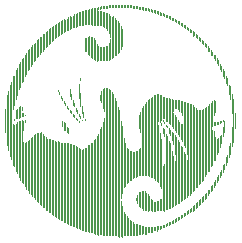
<source format=gbr>
G04 EAGLE Gerber RS-274X export*
G75*
%MOMM*%
%FSLAX34Y34*%
%LPD*%
%INSilkscreen Bottom*%
%IPPOS*%
%AMOC8*
5,1,8,0,0,1.08239X$1,22.5*%
G01*
%ADD10R,0.084581X1.356363*%
%ADD11R,0.084838X2.372362*%
%ADD12R,0.084581X3.723638*%
%ADD13R,0.084581X1.694181*%
%ADD14R,0.084838X1.270000*%
%ADD15R,0.084838X1.186181*%
%ADD16R,0.084581X1.099819*%
%ADD17R,0.084581X1.102363*%
%ADD18R,0.084581X1.016000*%
%ADD19R,0.084581X0.929638*%
%ADD20R,0.084838X0.929638*%
%ADD21R,0.084838X0.845819*%
%ADD22R,0.084581X0.678181*%
%ADD23R,0.084581X0.675638*%
%ADD24R,0.084581X0.762000*%
%ADD25R,0.084838X0.762000*%
%ADD26R,0.084838X0.678181*%
%ADD27R,0.084581X0.591819*%
%ADD28R,0.084581X0.845819*%
%ADD29R,0.084581X0.167637*%
%ADD30R,0.084838X0.591819*%
%ADD31R,0.084838X0.254000*%
%ADD32R,0.084581X0.508000*%
%ADD33R,0.084581X0.170181*%
%ADD34R,0.084581X0.254000*%
%ADD35R,0.084838X0.594363*%
%ADD36R,0.084838X1.102363*%
%ADD37R,0.084838X0.508000*%
%ADD38R,0.084581X1.270000*%
%ADD39R,0.084581X1.437638*%
%ADD40R,0.084838X1.607819*%
%ADD41R,0.084838X0.340363*%
%ADD42R,0.084581X1.948181*%
%ADD43R,0.084581X0.340363*%
%ADD44R,0.084581X0.424181*%
%ADD45R,0.084581X2.540000*%
%ADD46R,0.084581X1.353819*%
%ADD47R,0.084581X0.421637*%
%ADD48R,0.084838X2.877819*%
%ADD49R,0.084838X2.202181*%
%ADD50R,0.084838X0.424181*%
%ADD51R,0.084581X3.131819*%
%ADD52R,0.084581X2.202181*%
%ADD53R,0.084581X5.501638*%
%ADD54R,0.084838X5.588000*%
%ADD55R,0.084581X5.674362*%
%ADD56R,0.084581X0.337819*%
%ADD57R,0.084581X5.671819*%
%ADD58R,0.084838X0.421637*%
%ADD59R,0.084838X5.758181*%
%ADD60R,0.084581X5.758181*%
%ADD61R,0.084581X5.842000*%
%ADD62R,0.084838X5.842000*%
%ADD63R,0.084838X0.337819*%
%ADD64R,0.084581X6.012181*%
%ADD65R,0.084838X6.096000*%
%ADD66R,0.084581X6.266181*%
%ADD67R,0.084581X6.350000*%
%ADD68R,0.084838X6.436363*%
%ADD69R,0.084581X6.687819*%
%ADD70R,0.084581X6.771638*%
%ADD71R,0.084838X7.028181*%
%ADD72R,0.084581X7.195819*%
%ADD73R,0.084581X7.366000*%
%ADD74R,0.084838X7.449819*%
%ADD75R,0.084581X7.620000*%
%ADD76R,0.084581X7.706363*%
%ADD77R,0.084838X7.874000*%
%ADD78R,0.084581X7.874000*%
%ADD79R,0.084581X3.218181*%
%ADD80R,0.084581X4.401819*%
%ADD81R,0.084838X3.302000*%
%ADD82R,0.084838X4.147819*%
%ADD83R,0.084581X3.810000*%
%ADD84R,0.084581X3.893819*%
%ADD85R,0.084581X4.064000*%
%ADD86R,0.084838X4.404363*%
%ADD87R,0.084838X3.642363*%
%ADD88R,0.084581X4.572000*%
%ADD89R,0.084581X1.607819*%
%ADD90R,0.084581X4.742181*%
%ADD91R,0.084838X5.080000*%
%ADD92R,0.084838X0.932181*%
%ADD93R,0.084581X5.250181*%
%ADD94R,0.084581X0.932181*%
%ADD95R,0.084581X5.420363*%
%ADD96R,0.084838X5.671819*%
%ADD97R,0.084581X1.691638*%
%ADD98R,0.084838X3.385819*%
%ADD99R,0.084838X1.099819*%
%ADD100R,0.084838X1.353819*%
%ADD101R,0.084581X4.318000*%
%ADD102R,0.084581X4.826000*%
%ADD103R,0.084581X2.369819*%
%ADD104R,0.084838X2.286000*%
%ADD105R,0.084581X5.588000*%
%ADD106R,0.084581X2.199638*%
%ADD107R,0.084581X5.755638*%
%ADD108R,0.084838X6.009638*%
%ADD109R,0.084838X2.032000*%
%ADD110R,0.084581X6.436363*%
%ADD111R,0.084838X4.572000*%
%ADD112R,0.084838X0.167637*%
%ADD113R,0.084838X1.948181*%
%ADD114R,0.084581X3.980181*%
%ADD115R,0.084581X1.861819*%
%ADD116R,0.084581X1.945638*%
%ADD117R,0.084838X1.694181*%
%ADD118R,0.084838X2.115819*%
%ADD119R,0.084581X4.234181*%
%ADD120R,0.084581X4.655819*%
%ADD121R,0.084581X2.372362*%
%ADD122R,0.084838X4.826000*%
%ADD123R,0.084838X2.369819*%
%ADD124R,0.084581X4.912363*%
%ADD125R,0.084581X2.453638*%
%ADD126R,0.084581X7.533638*%
%ADD127R,0.084581X7.198362*%
%ADD128R,0.084581X7.112000*%
%ADD129R,0.084838X1.016000*%
%ADD130R,0.084838X7.025638*%
%ADD131R,0.084581X6.858000*%
%ADD132R,0.084581X6.690362*%
%ADD133R,0.084838X6.690362*%
%ADD134R,0.084581X6.604000*%
%ADD135R,0.084581X1.440181*%
%ADD136R,0.084581X6.433819*%
%ADD137R,0.084838X6.350000*%
%ADD138R,0.084581X0.594363*%
%ADD139R,0.084581X6.263638*%
%ADD140R,0.084581X6.179819*%
%ADD141R,0.084581X1.610363*%
%ADD142R,0.084581X5.925819*%
%ADD143R,0.084581X1.524000*%
%ADD144R,0.084838X1.524000*%
%ADD145R,0.084838X2.623819*%
%ADD146R,0.084581X1.778000*%
%ADD147R,0.084581X2.286000*%
%ADD148R,0.084581X1.186181*%
%ADD149R,0.084581X1.183638*%
%ADD150R,0.084581X2.456181*%
%ADD151R,0.084838X2.707638*%
%ADD152R,0.084581X2.880362*%
%ADD153R,0.084581X3.048000*%
%ADD154R,0.084838X1.778000*%
%ADD155R,0.084838X3.215638*%
%ADD156R,0.084581X3.726181*%
%ADD157R,0.084581X2.115819*%
%ADD158R,0.084581X4.231638*%
%ADD159R,0.084838X2.199638*%
%ADD160R,0.084838X4.909819*%
%ADD161R,0.084581X2.626362*%
%ADD162R,0.084838X10.500363*%
%ADD163R,0.084581X10.754363*%
%ADD164R,0.084581X2.623819*%
%ADD165R,0.084581X11.008363*%
%ADD166R,0.084581X2.794000*%
%ADD167R,0.084838X11.259819*%
%ADD168R,0.084838X2.964181*%
%ADD169R,0.084581X11.430000*%
%ADD170R,0.084581X11.684000*%
%ADD171R,0.084581X3.215638*%
%ADD172R,0.084838X11.851638*%
%ADD173R,0.084838X3.388362*%
%ADD174R,0.084581X12.021819*%
%ADD175R,0.084581X3.556000*%
%ADD176R,0.084581X12.192000*%
%ADD177R,0.084581X3.639819*%
%ADD178R,0.084838X12.275819*%
%ADD179R,0.084838X3.723638*%
%ADD180R,0.084581X12.359637*%
%ADD181R,0.084581X12.446000*%
%ADD182R,0.084838X12.529819*%
%ADD183R,0.084581X12.529819*%
%ADD184R,0.084581X9.989819*%
%ADD185R,0.084581X9.652000*%
%ADD186R,0.084838X9.398000*%
%ADD187R,0.084581X9.144000*%
%ADD188R,0.084581X8.973819*%
%ADD189R,0.084838X8.636000*%
%ADD190R,0.084581X8.552181*%
%ADD191R,0.084581X8.382000*%
%ADD192R,0.084838X8.128000*%
%ADD193R,0.084581X8.044181*%
%ADD194R,0.084581X7.960363*%
%ADD195R,0.084581X1.864363*%
%ADD196R,0.084838X1.440181*%
%ADD197R,0.084581X7.703819*%
%ADD198R,0.084838X7.533638*%
%ADD199R,0.084581X7.449819*%
%ADD200R,0.084838X7.282181*%
%ADD201R,0.084581X7.028181*%
%ADD202R,0.084581X0.086363*%
%ADD203R,0.084838X6.944363*%
%ADD204R,0.084581X6.944363*%
%ADD205R,0.084581X0.083819*%
%ADD206R,0.084838X6.771638*%
%ADD207R,0.084838X0.170181*%
%ADD208R,0.084838X1.183638*%
%ADD209R,0.084838X6.941819*%
%ADD210R,0.084581X6.941819*%
%ADD211R,0.084838X6.858000*%
%ADD212R,0.084838X0.675638*%
%ADD213R,0.084838X6.774181*%
%ADD214R,0.084581X6.774181*%
%ADD215R,0.084838X6.604000*%
%ADD216R,0.084581X6.520181*%
%ADD217R,0.084838X6.517638*%
%ADD218R,0.084581X6.517638*%
%ADD219R,0.084838X6.266181*%
%ADD220R,0.084838X6.263638*%
%ADD221R,0.084581X6.182362*%
%ADD222R,0.084838X6.179819*%
%ADD223R,0.084838X5.674362*%
%ADD224R,0.084581X5.334000*%
%ADD225R,0.084838X5.250181*%
%ADD226R,0.084838X1.610363*%
%ADD227R,0.084581X4.996181*%
%ADD228R,0.084838X4.655819*%
%ADD229R,0.084838X1.691638*%
%ADD230R,0.084581X4.488181*%
%ADD231R,0.084838X4.064000*%
%ADD232R,0.084581X2.032000*%
%ADD233R,0.084581X4.404363*%
%ADD234R,0.084581X4.147819*%
%ADD235R,0.084838X3.977638*%
%ADD236R,0.084838X2.540000*%
%ADD237R,0.084581X3.472181*%
%ADD238R,0.084581X2.877819*%
%ADD239R,0.084838X3.218181*%
%ADD240R,0.084838X5.504181*%


D10*
X270059Y138427D03*
D11*
X269212Y138427D03*
D12*
X268364Y138427D03*
D13*
X267519Y124876D03*
X267519Y152816D03*
D14*
X266672Y119377D03*
D15*
X266672Y157896D03*
D16*
X265824Y115148D03*
D17*
X265824Y162557D03*
D18*
X264979Y112189D03*
D19*
X264979Y165097D03*
D20*
X264132Y109217D03*
D21*
X264132Y168056D03*
D22*
X263284Y106258D03*
D23*
X263284Y171447D03*
D24*
X262439Y104137D03*
D22*
X262439Y173136D03*
D25*
X261592Y101597D03*
X261592Y136319D03*
D26*
X261592Y175676D03*
D27*
X260744Y99908D03*
D16*
X260744Y133766D03*
D22*
X260744Y177378D03*
D23*
X259899Y97787D03*
D28*
X259899Y129118D03*
D29*
X259899Y138427D03*
D23*
X259899Y179067D03*
D30*
X259052Y95666D03*
D26*
X259052Y124876D03*
D31*
X259052Y137995D03*
D30*
X259052Y181188D03*
D32*
X258204Y94409D03*
D24*
X258204Y122755D03*
D33*
X258204Y137576D03*
D32*
X258204Y182445D03*
D27*
X257359Y93126D03*
D18*
X257359Y120647D03*
D34*
X257359Y137157D03*
D27*
X257359Y184566D03*
D35*
X256512Y91437D03*
D36*
X256512Y119377D03*
D31*
X256512Y137157D03*
D37*
X256512Y185849D03*
D32*
X255664Y90167D03*
D38*
X255664Y117675D03*
D34*
X255664Y136319D03*
D32*
X255664Y187525D03*
X254819Y88465D03*
D39*
X254819Y116837D03*
D34*
X254819Y136319D03*
D32*
X254819Y189227D03*
D37*
X253972Y86789D03*
D40*
X253972Y115986D03*
D41*
X253972Y135887D03*
D37*
X253972Y190065D03*
D32*
X253124Y85925D03*
D42*
X253124Y115148D03*
D43*
X253124Y135887D03*
D16*
X253124Y150708D03*
D32*
X253124Y191767D03*
D44*
X252279Y84668D03*
D45*
X252279Y117269D03*
D43*
X252279Y135887D03*
D46*
X252279Y149438D03*
D47*
X252279Y193037D03*
D37*
X251432Y83385D03*
D48*
X251432Y116418D03*
D49*
X251432Y145196D03*
D50*
X251432Y193888D03*
D44*
X250584Y82128D03*
D51*
X250584Y115986D03*
D52*
X250584Y144358D03*
D47*
X250584Y195577D03*
D32*
X249739Y80845D03*
D53*
X249739Y126997D03*
D44*
X249739Y196428D03*
D50*
X248892Y79588D03*
D54*
X248892Y125727D03*
D50*
X248892Y197266D03*
D47*
X248044Y78737D03*
D55*
X248044Y124457D03*
D56*
X248044Y198536D03*
D32*
X247199Y77467D03*
D57*
X247199Y123606D03*
D44*
X247199Y199806D03*
D58*
X246352Y76197D03*
D59*
X246352Y122336D03*
D58*
X246352Y200657D03*
D44*
X245504Y75346D03*
D60*
X245504Y121498D03*
D43*
X245504Y201927D03*
D44*
X244659Y74508D03*
D61*
X244659Y120215D03*
D56*
X244659Y202778D03*
D58*
X243812Y73657D03*
D62*
X243812Y119377D03*
D63*
X243812Y203616D03*
D44*
X242964Y72806D03*
D64*
X242964Y118526D03*
D43*
X242964Y204467D03*
D44*
X242119Y71968D03*
D64*
X242119Y117688D03*
D56*
X242119Y205318D03*
D58*
X241272Y71117D03*
D65*
X241272Y117269D03*
D63*
X241272Y206156D03*
D44*
X240424Y70266D03*
D66*
X240424Y116418D03*
D43*
X240424Y207007D03*
D44*
X239579Y69428D03*
D67*
X239579Y115999D03*
D56*
X239579Y207858D03*
D58*
X238732Y68577D03*
D68*
X238732Y115567D03*
D63*
X238732Y208696D03*
D44*
X237884Y67726D03*
D69*
X237884Y115148D03*
D43*
X237884Y209547D03*
D44*
X237039Y66888D03*
D70*
X237039Y115567D03*
D56*
X237039Y210398D03*
D63*
X236192Y65618D03*
D71*
X236192Y115148D03*
D63*
X236192Y211236D03*
D44*
X235344Y65186D03*
D72*
X235344Y115148D03*
D43*
X235344Y212087D03*
D44*
X234499Y64348D03*
D73*
X234499Y115135D03*
D44*
X234499Y212506D03*
D63*
X233652Y63916D03*
D74*
X233652Y114716D03*
D31*
X233652Y213357D03*
D56*
X232804Y63078D03*
D75*
X232804Y114729D03*
D34*
X232804Y214195D03*
D43*
X231959Y62227D03*
D76*
X231959Y114297D03*
D43*
X231959Y214627D03*
D63*
X231112Y61376D03*
D77*
X231112Y114297D03*
D63*
X231112Y215478D03*
D56*
X230264Y61376D03*
D78*
X230264Y114297D03*
D34*
X230264Y215897D03*
D56*
X229419Y60538D03*
D79*
X229419Y89316D03*
D80*
X229419Y131658D03*
D34*
X229419Y216735D03*
D41*
X228572Y59687D03*
D81*
X228572Y89735D03*
D82*
X228572Y133766D03*
D41*
X228572Y217167D03*
D34*
X227724Y59255D03*
D83*
X227724Y91437D03*
D84*
X227724Y135036D03*
D56*
X227724Y218018D03*
X226879Y58836D03*
D85*
X226879Y91869D03*
D12*
X226879Y135887D03*
D34*
X226879Y218437D03*
D63*
X226032Y57998D03*
D86*
X226032Y92707D03*
D87*
X226032Y137157D03*
D63*
X226032Y218856D03*
D34*
X225184Y57579D03*
D88*
X225184Y93545D03*
D89*
X225184Y128686D03*
D38*
X225184Y149019D03*
D43*
X225184Y219707D03*
X224339Y57147D03*
D90*
X224339Y93558D03*
D46*
X224339Y129118D03*
D18*
X224339Y150289D03*
D34*
X224339Y220139D03*
D63*
X223492Y56296D03*
D91*
X223492Y94409D03*
D15*
X223492Y129956D03*
D92*
X223492Y150708D03*
D63*
X223492Y220558D03*
D34*
X222644Y55877D03*
D93*
X222644Y94396D03*
D38*
X222644Y131239D03*
D94*
X222644Y151546D03*
D56*
X222644Y221396D03*
X221799Y55458D03*
D95*
X221799Y95247D03*
D38*
X221799Y132915D03*
D28*
X221799Y151978D03*
D34*
X221799Y221815D03*
D31*
X220952Y55039D03*
D96*
X220952Y95666D03*
D14*
X220952Y134617D03*
D25*
X220952Y152397D03*
D41*
X220952Y222247D03*
D43*
X220104Y54607D03*
D60*
X220104Y96098D03*
D46*
X220104Y135036D03*
D24*
X220104Y152397D03*
D34*
X220104Y222679D03*
D56*
X219259Y53756D03*
D83*
X219259Y85519D03*
D97*
X219259Y118107D03*
D46*
X219259Y136738D03*
D24*
X219259Y152397D03*
D34*
X219259Y223517D03*
D31*
X218412Y53337D03*
D98*
X218412Y83398D03*
D99*
X218412Y121066D03*
D100*
X218412Y137576D03*
D21*
X218412Y151978D03*
D31*
X218412Y223517D03*
D56*
X217564Y52918D03*
D101*
X217564Y87195D03*
D18*
X217564Y123187D03*
D10*
X217564Y138427D03*
D94*
X217564Y151546D03*
D34*
X217564Y224355D03*
X216719Y52499D03*
D102*
X216719Y88897D03*
D24*
X216719Y125295D03*
D103*
X216719Y145196D03*
D34*
X216719Y224355D03*
D41*
X215872Y52067D03*
D91*
X215872Y90167D03*
D35*
X215872Y126997D03*
D104*
X215872Y145615D03*
D41*
X215872Y224787D03*
D34*
X215024Y51635D03*
D105*
X215024Y91869D03*
D27*
X215024Y128686D03*
D106*
X215024Y146047D03*
D56*
X215024Y225638D03*
X214179Y51216D03*
D107*
X214179Y92707D03*
D44*
X214179Y130388D03*
D52*
X214179Y146898D03*
D34*
X214179Y226057D03*
D31*
X213332Y50797D03*
D108*
X213332Y93977D03*
D63*
X213332Y131658D03*
D109*
X213332Y147749D03*
D31*
X213332Y226057D03*
D34*
X212484Y50797D03*
D66*
X212484Y94396D03*
D29*
X212484Y133347D03*
D42*
X212484Y148168D03*
D34*
X212484Y226895D03*
X211639Y49959D03*
D110*
X211639Y95247D03*
D33*
X211639Y134198D03*
D42*
X211639Y148168D03*
D34*
X211639Y226895D03*
D31*
X210792Y49959D03*
D111*
X210792Y85087D03*
D15*
X210792Y124038D03*
D112*
X210792Y135887D03*
D113*
X210792Y149006D03*
D31*
X210792Y227759D03*
D34*
X209944Y49095D03*
D114*
X209944Y82128D03*
D23*
X209944Y128267D03*
D33*
X209944Y136738D03*
D115*
X209944Y149438D03*
D34*
X209944Y227759D03*
X209099Y49095D03*
D83*
X209099Y81277D03*
D27*
X209099Y130388D03*
D29*
X209099Y138427D03*
D116*
X209099Y149857D03*
D34*
X209099Y228597D03*
D63*
X208252Y48676D03*
D14*
X208252Y68577D03*
D49*
X208252Y88478D03*
D117*
X208252Y109636D03*
D41*
X208252Y133347D03*
D118*
X208252Y149006D03*
D31*
X208252Y228597D03*
D34*
X207404Y48257D03*
D16*
X207404Y67726D03*
D119*
X207404Y102016D03*
D34*
X207404Y135455D03*
D52*
X207404Y149438D03*
D34*
X207404Y228597D03*
D56*
X206559Y47838D03*
D18*
X206559Y67307D03*
D120*
X206559Y105826D03*
D121*
X206559Y148587D03*
D56*
X206559Y229016D03*
D63*
X205712Y47838D03*
D92*
X205712Y66888D03*
D122*
X205712Y108379D03*
D123*
X205712Y149438D03*
D31*
X205712Y229435D03*
D56*
X204864Y47838D03*
D28*
X204864Y66456D03*
D124*
X204864Y110487D03*
D125*
X204864Y149857D03*
D43*
X204864Y229867D03*
D44*
X204019Y47406D03*
D28*
X204019Y66456D03*
D126*
X204019Y124457D03*
D34*
X204019Y230299D03*
D41*
X203172Y46987D03*
D21*
X203172Y66456D03*
D74*
X203172Y124876D03*
D31*
X203172Y230299D03*
D43*
X202324Y46987D03*
D19*
X202324Y66037D03*
D127*
X202324Y124457D03*
D56*
X202324Y230718D03*
D43*
X201479Y46987D03*
D19*
X201479Y66037D03*
D128*
X201479Y124889D03*
D34*
X201479Y231137D03*
D50*
X200632Y46568D03*
D129*
X200632Y66469D03*
D130*
X200632Y124457D03*
D31*
X200632Y231137D03*
D44*
X199784Y46568D03*
D94*
X199784Y66888D03*
D131*
X199784Y124457D03*
D34*
X199784Y231137D03*
D44*
X198939Y46568D03*
D18*
X198939Y67307D03*
D132*
X198939Y124457D03*
D34*
X198939Y231975D03*
D37*
X198092Y46149D03*
D99*
X198092Y67726D03*
D133*
X198092Y124457D03*
D31*
X198092Y231975D03*
D32*
X197244Y46149D03*
D38*
X197244Y68577D03*
D134*
X197244Y124025D03*
D34*
X197244Y231975D03*
D32*
X196399Y46149D03*
D135*
X196399Y69428D03*
D136*
X196399Y124038D03*
D34*
X196399Y232839D03*
D37*
X195552Y46149D03*
D40*
X195552Y70266D03*
D137*
X195552Y123619D03*
D31*
X195552Y232839D03*
D138*
X194704Y45717D03*
D89*
X194704Y70266D03*
D139*
X194704Y123187D03*
D34*
X194704Y232839D03*
D138*
X193859Y45717D03*
D13*
X193859Y70698D03*
D140*
X193859Y122768D03*
D34*
X193859Y232839D03*
D26*
X193012Y46136D03*
D117*
X193012Y70698D03*
D108*
X193012Y121917D03*
D31*
X193012Y232839D03*
D22*
X192164Y46136D03*
D141*
X192164Y71117D03*
D142*
X192164Y121498D03*
D56*
X192164Y233258D03*
D24*
X191319Y45717D03*
D143*
X191319Y71549D03*
D107*
X191319Y120647D03*
D34*
X191319Y233677D03*
D25*
X190472Y45717D03*
D144*
X190472Y71549D03*
D145*
X190472Y104988D03*
D49*
X190472Y136738D03*
D31*
X190472Y233677D03*
D28*
X189624Y46136D03*
D46*
X189624Y71536D03*
D125*
X189624Y104137D03*
D146*
X189624Y137157D03*
D34*
X189624Y233677D03*
D28*
X188779Y46136D03*
D38*
X188779Y71955D03*
D147*
X188779Y103299D03*
D148*
X188779Y137576D03*
D34*
X188779Y233677D03*
D21*
X187932Y46136D03*
D99*
X187932Y71968D03*
D104*
X187932Y102435D03*
D37*
X187932Y137589D03*
D63*
X187932Y234096D03*
D18*
X187084Y46149D03*
D24*
X187084Y71955D03*
D52*
X187084Y102016D03*
D34*
X187084Y234515D03*
D18*
X186239Y46149D03*
D34*
X186239Y71955D03*
D147*
X186239Y101597D03*
D34*
X186239Y234515D03*
D99*
X185392Y46568D03*
D49*
X185392Y101178D03*
D31*
X185392Y234515D03*
D16*
X184544Y46568D03*
D52*
X184544Y101178D03*
D34*
X184544Y234515D03*
D149*
X183699Y46987D03*
D147*
X183699Y100759D03*
D34*
X183699Y234515D03*
D14*
X182852Y47419D03*
D11*
X182852Y100327D03*
D31*
X182852Y234515D03*
D38*
X182004Y47419D03*
D150*
X182004Y100746D03*
D34*
X182004Y235379D03*
D46*
X181159Y47838D03*
D45*
X181159Y100327D03*
D34*
X181159Y235379D03*
D144*
X180312Y48689D03*
D151*
X180312Y100327D03*
D31*
X180312Y235379D03*
D143*
X179464Y48689D03*
D152*
X179464Y100327D03*
D34*
X179464Y235379D03*
D97*
X178619Y49527D03*
D153*
X178619Y100327D03*
D34*
X178619Y235379D03*
D154*
X177772Y49959D03*
D155*
X177772Y100327D03*
D31*
X177772Y235379D03*
D116*
X176924Y50797D03*
D156*
X176924Y101178D03*
D34*
X176924Y235379D03*
D157*
X176079Y51648D03*
D158*
X176079Y102867D03*
D34*
X176079Y235379D03*
D159*
X175232Y52067D03*
D160*
X175232Y103718D03*
D99*
X175232Y209128D03*
D31*
X175232Y235379D03*
D161*
X174384Y53337D03*
D107*
X174384Y105407D03*
D89*
X174384Y209128D03*
D34*
X174384Y235379D03*
D153*
X173539Y55445D03*
D134*
X173539Y105407D03*
D42*
X173539Y209128D03*
D34*
X173539Y235379D03*
D162*
X172692Y92707D03*
D104*
X172692Y209115D03*
D31*
X172692Y235379D03*
D163*
X171844Y93977D03*
D164*
X171844Y209128D03*
D34*
X171844Y235379D03*
D165*
X170999Y95247D03*
D166*
X170999Y209115D03*
D34*
X170999Y235379D03*
D167*
X170152Y97368D03*
D168*
X170152Y209128D03*
D31*
X170152Y235379D03*
D169*
X169304Y98219D03*
D51*
X169304Y209128D03*
D34*
X169304Y235379D03*
D170*
X168459Y99489D03*
D171*
X168459Y209547D03*
D34*
X168459Y235379D03*
D172*
X167612Y100327D03*
D173*
X167612Y209547D03*
D31*
X167612Y235379D03*
D174*
X166764Y101178D03*
D175*
X166764Y209547D03*
D34*
X166764Y235379D03*
D176*
X165919Y102029D03*
D177*
X165919Y209128D03*
D34*
X165919Y235379D03*
D178*
X165072Y102448D03*
D179*
X165072Y209547D03*
D31*
X165072Y235379D03*
D180*
X164224Y102867D03*
D146*
X164224Y198955D03*
D116*
X164224Y218437D03*
D34*
X164224Y235379D03*
D181*
X163379Y103299D03*
D135*
X163379Y197266D03*
D141*
X163379Y220977D03*
D34*
X163379Y235379D03*
D182*
X162532Y103718D03*
D100*
X162532Y195996D03*
D144*
X162532Y221409D03*
D31*
X162532Y235379D03*
D183*
X161684Y103718D03*
D38*
X161684Y195577D03*
D135*
X161684Y222666D03*
D34*
X161684Y234515D03*
D183*
X160839Y103718D03*
D38*
X160839Y195577D03*
D46*
X160839Y223098D03*
D34*
X160839Y234515D03*
D182*
X159992Y103718D03*
D15*
X159992Y195158D03*
D100*
X159992Y223098D03*
D31*
X159992Y234515D03*
D184*
X159144Y91018D03*
D42*
X159144Y156626D03*
D148*
X159144Y195158D03*
D46*
X159144Y223936D03*
D34*
X159144Y234515D03*
D185*
X158299Y89329D03*
D141*
X158299Y157477D03*
D148*
X158299Y195158D03*
D38*
X158299Y224355D03*
D34*
X158299Y234515D03*
D186*
X157452Y88059D03*
D100*
X157452Y157896D03*
D15*
X157452Y195158D03*
D14*
X157452Y224355D03*
D31*
X157452Y234515D03*
D187*
X156604Y87627D03*
D18*
X156604Y158747D03*
D148*
X156604Y195158D03*
D38*
X156604Y225219D03*
D34*
X156604Y234515D03*
D188*
X155759Y86776D03*
D27*
X155759Y158328D03*
D148*
X155759Y195158D03*
D38*
X155759Y225219D03*
D34*
X155759Y233677D03*
D189*
X154912Y85087D03*
D14*
X154912Y195577D03*
X154912Y225219D03*
D31*
X154912Y233677D03*
D190*
X154064Y84668D03*
D38*
X154064Y195577D03*
X154064Y225219D03*
D34*
X154064Y233677D03*
D191*
X153219Y83817D03*
D135*
X153219Y196428D03*
D89*
X153219Y226908D03*
D192*
X152372Y83385D03*
D40*
X152372Y197266D03*
D144*
X152372Y227327D03*
D193*
X151524Y82966D03*
D146*
X151524Y198117D03*
D135*
X151524Y226908D03*
D194*
X150679Y82547D03*
D195*
X150679Y199387D03*
D135*
X150679Y226908D03*
D77*
X149832Y82115D03*
D154*
X149832Y199819D03*
D196*
X149832Y226908D03*
D197*
X148984Y82128D03*
D115*
X148984Y200238D03*
D135*
X148984Y226908D03*
D75*
X148139Y81709D03*
D146*
X148139Y200657D03*
D46*
X148139Y226476D03*
D198*
X147292Y81277D03*
D154*
X147292Y201495D03*
D100*
X147292Y226476D03*
D199*
X146444Y80858D03*
D97*
X146444Y201927D03*
D46*
X146444Y226476D03*
D73*
X145599Y81277D03*
D89*
X145599Y202346D03*
D38*
X145599Y226057D03*
D200*
X144752Y80858D03*
D196*
X144752Y202346D03*
D14*
X144752Y226057D03*
D72*
X143904Y80426D03*
D148*
X143904Y202778D03*
D38*
X143904Y226057D03*
D201*
X143059Y80426D03*
D202*
X143059Y139697D03*
D17*
X143059Y203197D03*
D38*
X143059Y226057D03*
D203*
X142212Y80007D03*
D63*
X142212Y141818D03*
D31*
X142212Y204035D03*
D14*
X142212Y226057D03*
D204*
X141364Y80007D03*
D44*
X141364Y143926D03*
D38*
X141364Y225219D03*
D131*
X140519Y79575D03*
D205*
X140519Y138846D03*
D22*
X140519Y147736D03*
D38*
X140519Y225219D03*
D206*
X139672Y80007D03*
D207*
X139672Y139278D03*
D30*
X139672Y150708D03*
D208*
X139672Y224787D03*
D131*
X138824Y80439D03*
D34*
X138824Y141399D03*
D149*
X138824Y156207D03*
D34*
X138824Y173555D03*
D149*
X138824Y224787D03*
D131*
X137979Y81277D03*
D33*
X137979Y137576D03*
D34*
X137979Y143075D03*
D38*
X137979Y163395D03*
D149*
X137979Y224787D03*
D209*
X137132Y81696D03*
D112*
X137132Y138427D03*
D63*
X137132Y144358D03*
D99*
X137132Y224368D03*
D210*
X136284Y81696D03*
D33*
X136284Y139278D03*
D43*
X136284Y146047D03*
D148*
X136284Y223936D03*
D204*
X135439Y82547D03*
D33*
X135439Y140116D03*
D56*
X135439Y147736D03*
D17*
X135439Y223517D03*
D203*
X134592Y82547D03*
D31*
X134592Y141399D03*
D58*
X134592Y149857D03*
D36*
X134592Y223517D03*
D210*
X133744Y83398D03*
D34*
X133744Y142237D03*
D56*
X133744Y151978D03*
D148*
X133744Y223098D03*
D210*
X132899Y83398D03*
D34*
X132899Y143075D03*
D44*
X132899Y154086D03*
D16*
X132899Y222666D03*
D211*
X132052Y83817D03*
D63*
X132052Y144358D03*
D37*
X132052Y157045D03*
D208*
X132052Y222247D03*
D210*
X131204Y84236D03*
D34*
X131204Y145615D03*
D44*
X131204Y159166D03*
D16*
X131204Y221828D03*
D210*
X130359Y84236D03*
D34*
X130359Y146479D03*
D138*
X130359Y162557D03*
D148*
X130359Y221396D03*
D211*
X129512Y84655D03*
D31*
X129512Y130375D03*
X129512Y147317D03*
D212*
X129512Y168907D03*
D36*
X129512Y220977D03*
D204*
X128664Y85087D03*
D44*
X128664Y130388D03*
D29*
X128664Y148587D03*
D148*
X128664Y220558D03*
D131*
X127819Y85519D03*
D27*
X127819Y131226D03*
D34*
X127819Y149857D03*
D16*
X127819Y220126D03*
D213*
X126972Y85938D03*
D35*
X126972Y132077D03*
D112*
X126972Y151127D03*
D208*
X126972Y219707D03*
D214*
X126124Y85938D03*
D23*
X126124Y133347D03*
D34*
X126124Y152397D03*
D16*
X126124Y219288D03*
D132*
X125279Y86357D03*
D24*
X125279Y133779D03*
D34*
X125279Y154099D03*
D148*
X125279Y218856D03*
D133*
X124432Y86357D03*
D25*
X124432Y135455D03*
D31*
X124432Y154937D03*
D36*
X124432Y218437D03*
D69*
X123584Y87208D03*
D27*
X123584Y136306D03*
D34*
X123584Y156639D03*
D148*
X123584Y218018D03*
D69*
X122739Y87208D03*
D34*
X122739Y158315D03*
D149*
X122739Y217167D03*
D215*
X121892Y87627D03*
D31*
X121892Y160017D03*
D14*
X121892Y216735D03*
D216*
X121044Y88046D03*
D34*
X121044Y161719D03*
D148*
X121044Y216316D03*
D134*
X120199Y88465D03*
D29*
X120199Y163827D03*
D148*
X120199Y215478D03*
D217*
X119352Y88897D03*
D31*
X119352Y167637D03*
D14*
X119352Y215059D03*
D218*
X118504Y88897D03*
D149*
X118504Y214627D03*
D136*
X117659Y89316D03*
D148*
X117659Y213776D03*
D68*
X116812Y90167D03*
D15*
X116812Y212938D03*
D110*
X115964Y90167D03*
D38*
X115964Y212519D03*
D67*
X115119Y90599D03*
D38*
X115119Y211655D03*
D219*
X114272Y91018D03*
D14*
X114272Y210817D03*
D66*
X113424Y91856D03*
D46*
X113424Y210398D03*
D66*
X112579Y91856D03*
D10*
X112579Y209547D03*
D220*
X111732Y92707D03*
D100*
X111732Y208696D03*
D140*
X110884Y93126D03*
D46*
X110884Y207858D03*
D221*
X110039Y93977D03*
D10*
X110039Y207007D03*
D222*
X109192Y94828D03*
D196*
X109192Y206588D03*
D140*
X108344Y95666D03*
D39*
X108344Y205737D03*
D66*
X107499Y96098D03*
D135*
X107499Y204886D03*
D222*
X106652Y97368D03*
D196*
X106652Y204048D03*
D139*
X105804Y97787D03*
D39*
X105804Y203197D03*
D140*
X104959Y98206D03*
D135*
X104959Y202346D03*
D65*
X104112Y98625D03*
D196*
X104112Y201508D03*
D142*
X103264Y98638D03*
D143*
X103264Y200225D03*
D61*
X102419Y99057D03*
D143*
X102419Y199387D03*
D223*
X101572Y99057D03*
D144*
X101572Y198549D03*
D105*
X100724Y99489D03*
D89*
X100724Y197266D03*
D224*
X99879Y99895D03*
D89*
X99879Y196428D03*
D225*
X99032Y99476D03*
D226*
X99032Y195577D03*
D227*
X98184Y99908D03*
D97*
X98184Y194307D03*
D102*
X97339Y99895D03*
D141*
X97339Y193037D03*
D228*
X96492Y99908D03*
D229*
X96492Y191767D03*
D230*
X95644Y99908D03*
D146*
X95644Y190497D03*
D158*
X94799Y100327D03*
D146*
X94799Y189659D03*
D231*
X93952Y100327D03*
D154*
X93952Y187957D03*
D114*
X93104Y100746D03*
D195*
X93104Y186687D03*
D156*
X92259Y101178D03*
D34*
X92259Y137995D03*
D205*
X92259Y143088D03*
D116*
X92259Y185417D03*
D87*
X91412Y101597D03*
D30*
X91412Y136306D03*
D112*
X91412Y143507D03*
D113*
X91412Y183728D03*
D175*
X90564Y102867D03*
D19*
X90564Y134617D03*
D43*
X90564Y143507D03*
D42*
X90564Y182026D03*
D224*
X89719Y112595D03*
D43*
X89719Y143507D03*
X89719Y148587D03*
D232*
X89719Y180769D03*
D91*
X88872Y113027D03*
D92*
X88872Y146466D03*
D109*
X88872Y179067D03*
D227*
X88024Y113446D03*
D18*
X88024Y146047D03*
D52*
X88024Y177378D03*
D102*
X87179Y114297D03*
D94*
X87179Y145628D03*
D52*
X87179Y175676D03*
D111*
X86332Y114729D03*
D92*
X86332Y145628D03*
D159*
X86332Y173987D03*
D233*
X85484Y115567D03*
D19*
X85484Y144777D03*
D121*
X85484Y171447D03*
D234*
X84639Y115986D03*
D24*
X84639Y143939D03*
D150*
X84639Y169326D03*
D235*
X83792Y116837D03*
D26*
X83792Y142656D03*
D236*
X83792Y167205D03*
D177*
X82944Y117688D03*
D33*
X82944Y139278D03*
D164*
X82944Y164246D03*
D237*
X82099Y118526D03*
D238*
X82099Y162138D03*
D239*
X81252Y118958D03*
D81*
X81252Y157477D03*
D134*
X80404Y138427D03*
D140*
X79559Y138846D03*
D240*
X78712Y138846D03*
D227*
X77864Y138846D03*
D101*
X77019Y138859D03*
D155*
X76172Y138427D03*
D157*
X75324Y138846D03*
M02*

</source>
